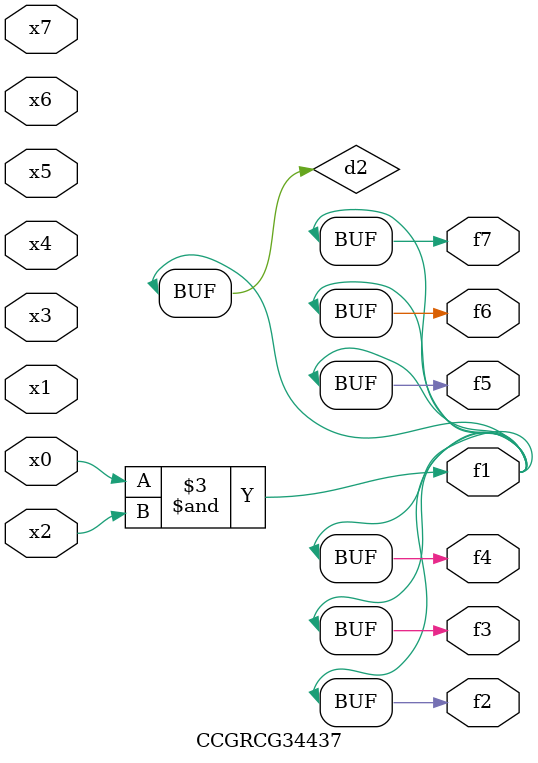
<source format=v>
module CCGRCG34437(
	input x0, x1, x2, x3, x4, x5, x6, x7,
	output f1, f2, f3, f4, f5, f6, f7
);

	wire d1, d2;

	nor (d1, x3, x6);
	and (d2, x0, x2);
	assign f1 = d2;
	assign f2 = d2;
	assign f3 = d2;
	assign f4 = d2;
	assign f5 = d2;
	assign f6 = d2;
	assign f7 = d2;
endmodule

</source>
